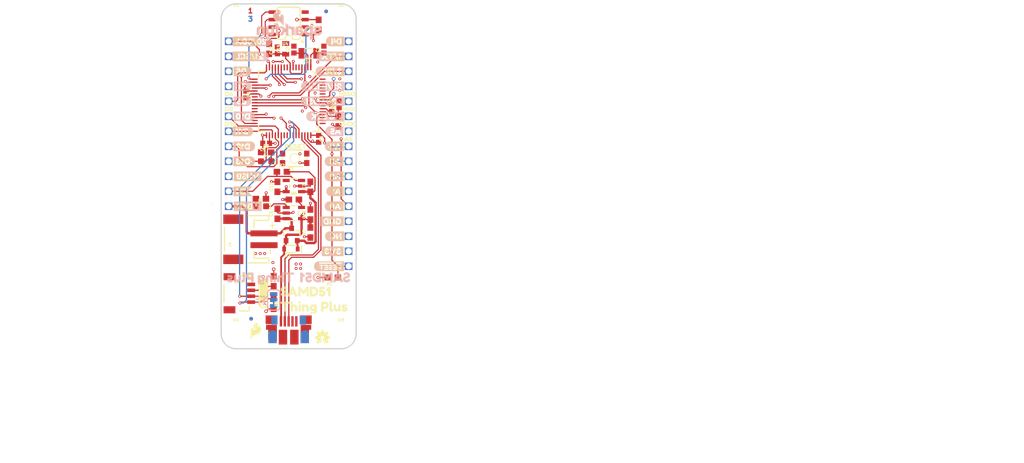
<source format=kicad_pcb>
(kicad_pcb (version 20211014) (generator pcbnew)
  (layers (0 "F.Cu" signal) (1 "In1.Cu" signal) (2 "In2.Cu" signal) (31 "B.Cu" signal) (34 "B.Paste" user) (35 "F.Paste" user) (36 "B.SilkS" user "B.Silkscreen") (37 "F.SilkS" user "F.Silkscreen") (38 "B.Mask" user) (39 "F.Mask" user) (44 "Edge.Cuts" user))
  (net 0 "")
  (net 1 "3.3V")
  (net 2 "GND")
  (net 3 "D4")
  (net 4 "FLASH_SCK")
  (net 5 "V_USB")
  (net 6 "D-")
  (net 7 "D+")
  (net 8 "VIN")
  (net 9 "N$9")
  (net 10 "N$14")
  (net 11 "V_BATT")
  (net 12 "FLASH_MOSI")
  (net 13 "N$17")
  (net 14 "N$1")
  (net 15 "VCC")
  (net 16 "VDDA")
  (net 17 "XIN32")
  (net 18 "XOUT32")
  (net 19 "SWDIO")
  (net 20 "SWDCLK")
  (net 21 "~{RESET}")
  (net 22 "EN")
  (net 23 "D13")
  (net 24 "D12")
  (net 25 "D11")
  (net 26 "D10")
  (net 27 "D9")
  (net 28 "D6")
  (net 29 "D5")
  (net 30 "SCL")
  (net 31 "SDA")
  (net 32 "A0")
  (net 33 "A1")
  (net 34 "A2")
  (net 35 "A3")
  (net 36 "A4")
  (net 37 "A5")
  (net 38 "SCK")
  (net 39 "MOSI")
  (net 40 "MISO")
  (net 41 "D0")
  (net 42 "D1")
  (net 43 "D7")
  (net 44 "TXLED")
  (net 45 "RXLED")
  (net 46 "TXD")
  (net 47 "RXD")
  (net 48 "FLASH_CS")
  (net 49 "FLASH_MISO")
  (net 50 "N$2")
  (net 51 "N$3")
  (footprint "boardEagle:0603" (layer "F.Cu") (at 145.9611 126.5936 -90)
    (fp_text reference "R5")
    (fp_text value "2.2k")
  )
  (footprint "boardEagle:TACTILE_SWITCH_SMD_4.6X2.8MM" (layer "F.Cu") (at 149.5171 101.9556 180)
    (fp_text reference "S1")
    (fp_text value "RESET")
  )
  (footprint "boardEagle:0603" (layer "F.Cu") (at 147.3581 104.2416)
    (fp_text reference "R2")
    (fp_text value "10k")
  )
  (footprint "boardEagle:D92" (layer "F.Cu") (at 136.9441 93.5736)
    (fp_text reference "U$34" hide)
    (fp_text value "" hide)
  )
  (footprint "boardEagle:MOSI0" (layer "F.Cu") (at 157.0101 93.5736)
    (fp_text reference "U$35" hide)
    (fp_text value "" hide)
  )
  (footprint "boardEagle:_SCL16" (layer "F.Cu") (at 138.5951 84.6836)
    (fp_text reference "U$30" hide)
    (fp_text value "" hide)
  )
  (footprint "boardEagle:0603" (layer "F.Cu") (at 153.5811 79.3496 90)
    (fp_text reference "R4")
    (fp_text value "10k")
  )
  (footprint "boardEagle:MISO26" (layer "F.Cu") (at 156.2481 91.0336)
    (fp_text reference "U$16" hide)
    (fp_text value "" hide)
  )
  (footprint "boardEagle:1X16_SM_SQ_NOSILK" (layer "F.Cu") (at 158.6611 120.2436 90)
    (fp_text reference "J2")
    (fp_text value "")
  )
  (footprint "boardEagle:A37" (layer "F.Cu") (at 154.5971 102.4636)
    (fp_text reference "U$11" hide)
    (fp_text value "" hide)
  )
  (footprint "boardEagle:0603" (layer "F.Cu") (at 156.91485 95.70085 -90)
    (fp_text reference "C13")
    (fp_text value "4.7uF")
  )
  (footprint "boardEagle:CRYSTAL-SMD-3.2X1.5MM" (layer "F.Cu") (at 151.9301 84.1756 180)
    (fp_text reference "Y1")
    (fp_text value "32.768kHz")
  )
  (footprint "boardEagle:0603" (layer "F.Cu") (at 145.9611 122.7836 90)
    (fp_text reference "R9")
    (fp_text value "2.2k")
  )
  (footprint "boardEagle:D63" (layer "F.Cu") (at 136.9441 91.0336)
    (fp_text reference "U$33" hide)
    (fp_text value "" hide)
  )
  (footprint "boardEagle:SFE_LOGO_FLAME_.1" (layer "F.Cu") (at 142.9131 131.1656)
    (fp_text reference "LOGO4" hide)
    (fp_text value "SFE_LOGO_FLAME.1_INCH" hide)
  )
  (footprint "boardEagle:D120" (layer "F.Cu") (at 138.5951 99.9236)
    (fp_text reference "U$25" hide)
    (fp_text value "" hide)
  )
  (footprint "boardEagle:0603" (layer "F.Cu") (at 155.9941 122.1486 180)
    (fp_text reference "R1")
    (fp_text value "10k")
  )
  (footprint "boardEagle:0603" (layer "F.Cu") (at 146.5961 106.7816 90)
    (fp_text reference "C10")
    (fp_text value "2.2uF")
  )
  (footprint "boardEagle:SOD-323" (layer "F.Cu") (at 148.8821 117.3226 180)
    (fp_text reference "D2")
    (fp_text value "1A/23V/620mV")
  )
  (footprint "boardEagle:FIDUCIAL-MICRO" (layer "F.Cu") (at 142.1511 129.1336)
    (fp_text reference "FD1" hide)
    (fp_text value "FIDUCIALUFIDUCIAL" hide)
  )
  (footprint "boardEagle:D1113" (layer "F.Cu") (at 138.5951 97.3836)
    (fp_text reference "U$26" hide)
    (fp_text value "" hide)
  )
  (footprint "boardEagle:0603" (layer "F.Cu") (at 152.1841 111.4806 90)
    (fp_text reference "C19")
    (fp_text value "4.7uF")
  )
  (footprint "boardEagle:0402" (layer "F.Cu") (at 144.6911 99.4156 180)
    (fp_text reference "C9")
    (fp_text value "0.1uF")
  )
  (footprint "boardEagle:3V32" (layer "F.Cu") (at 153.7081 117.7036)
    (fp_text reference "U$7" hide)
    (fp_text value "" hide)
  )
  (footprint "boardEagle:SOT23-5" (layer "F.Cu") (at 149.3901 106.6546 90)
    (fp_text reference "U3")
    (fp_text value "AP2112K-3.3V")
  )
  (footprint "boardEagle:EN0" (layer "F.Cu") (at 138.5951 107.5436)
    (fp_text reference "U$22" hide)
    (fp_text value "" hide)
  )
  (footprint "boardEagle:STAND-OFF" (layer "F.Cu") (at 139.6111 78.3336)
    (fp_text reference "H1")
    (fp_text value "STAND-OFF")
  )
  (footprint "boardEagle:D110" (layer "F.Cu") (at 155.1051 84.6836)
    (fp_text reference "U$18" hide)
    (fp_text value "" hide)
  )
  (footprint "boardEagle:TQFP64" (layer "F.Cu") (at 148.5011 92.3036 180)
    (fp_text reference "U2")
    (fp_text value "ATSAMD51J20A-A")
  )
  (footprint "boardEagle:D100" (layer "F.Cu") (at 136.9441 96.1136)
    (fp_text reference "U$59" hide)
    (fp_text value "" hide)
  )
  (footprint "boardEagle:A523" (layer "F.Cu") (at 157.1371 98.6536)
    (fp_text reference "U$13" hide)
    (fp_text value "" hide)
  )
  (footprint "boardEagle:VUSB2" (layer "F.Cu") (at 138.5951 105.0036)
    (fp_text reference "U$23" hide)
    (fp_text value "" hide)
  )
  (footprint "boardEagle:0402" (layer "F.Cu") (at 154.4701 83.5406 90)
    (fp_text reference "C1")
    (fp_text value "15pF")
  )
  (footprint "boardEagle:FIDUCIAL-MICRO" (layer "F.Cu") (at 154.8511 77.0636)
    (fp_text reference "FD2" hide)
    (fp_text value "FIDUCIALUFIDUCIAL" hide)
  )
  (footprint "boardEagle:0603" (layer "F.Cu") (at 152.1841 114.5286 90)
    (fp_text reference "R7")
    (fp_text value "10k")
  )
  (footprint "boardEagle:D411" (layer "F.Cu") (at 154.7241 82.1436)
    (fp_text reference "U$19" hide)
    (fp_text value "" hide)
  )
  (footprint "boardEagle:STAND-OFF" (layer "F.Cu") (at 157.3911 131.6736)
    (fp_text reference "H3")
    (fp_text value "STAND-OFF")
  )
  (footprint "boardEagle:0603" (layer "F.Cu") (at 152.1841 106.7816 90)
    (fp_text reference "C7")
    (fp_text value "1.0uF")
  )
  (footprint "boardEagle:0603" (layer "F.Cu") (at 144.6911 100.9396)
    (fp_text reference "R8")
    (fp_text value "330")
  )
  (footprint "boardEagle:LED-0603" (layer "F.Cu") (at 143.8021 110.0836)
    (fp_text reference "D1")
    (fp_text value "Yellow")
  )
  (footprint "boardEagle:0603" (layer "F.Cu") (at 145.1991 83.4136 -90)
    (fp_text reference "L1")
    (fp_text value "FB - 30Ohm")
  )
  (footprint "boardEagle:LED-0603" (layer "F.Cu") (at 144.6911 102.4636)
    (fp_text reference "D4")
    (fp_text value "BLUE")
  )
  (footprint "boardEagle:A26" (layer "F.Cu") (at 154.7241 105.0036)
    (fp_text reference "U$10" hide)
    (fp_text value "" hide)
  )
  (footprint "boardEagle:1X12_SM_SQ_NOSILK" (layer "F.Cu") (at 138.3411 110.0836 90)
    (fp_text reference "J1")
    (fp_text value "")
  )
  (footprint "boardEagle:FOUR_LAYER_WARNING" (layer "F.Cu") (at 172.6311 94.8436)
    (fp_text reference "LOGO1" hide)
    (fp_text value "FOUR_LAYER_WARNING" hide)
  )
  (footprint "boardEagle:NC0" (layer "F.Cu") (at 154.5971 115.1636)
    (fp_text reference "U$60" hide)
    (fp_text value "" hide)
  )
  (footprint "boardEagle:A48" (layer "F.Cu") (at 154.7241 99.9236)
    (fp_text reference "U$12" hide)
    (fp_text value "" hide)
  )
  (footprint "boardEagle:STAND-OFF" (layer "F.Cu") (at 139.6111 131.6736)
    (fp_text reference "H4")
    (fp_text value "STAND-OFF")
  )
  (footprint "boardEagle:QWIIC_5MM" (layer "F.Cu") (at 144.1831 124.9426 90)
    (fp_text reference "U$69" hide)
    (fp_text value "QWIIC_LOGO_5MM" hide)
  )
  (footprint "boardEagle:JST04_1MM_RA" (layer "F.Cu") (at 142.1511 124.8156 -90)
    (fp_text reference "J3")
    (fp_text value "")
  )
  (footprint "boardEagle:VBAT1" (layer "F.Cu") (at 138.9761 110.0836)
    (fp_text reference "U$36" hide)
    (fp_text value "" hide)
  )
  (footprint "boardEagle:#RESET0" (layer "F.Cu") (at 152.5651 120.2436)
    (fp_text reference "U$6" hide)
    (fp_text value "" hide)
  )
  (footprint "boardEagle:ORDERING_INSTRUCTIONS" (layer "F.Cu") (at 171.3611 83.4136)
    (fp_text reference "U$31" hide)
    (fp_text value "" hide)
  )
  (footprint "boardEagle:0402" (layer "F.Cu") (at 157.04185 92.8116 90)
    (fp_text reference "C14")
    (fp_text value "0.1uF")
  )
  (footprint "boardEagle:_SDA17" (layer "F.Cu") (at 138.5951 82.1436)
    (fp_text reference "U$32" hide)
    (fp_text value "" hide)
  )
  (footprint "boardEagle:D1312" (layer "F.Cu") (at 138.5951 102.4636)
    (fp_text reference "U$24" hide)
    (fp_text value "" hide)
  )
  (footprint "boardEagle:0603" (layer "F.Cu") (at 143.8021 108.8136 180)
    (fp_text reference "R3")
    (fp_text value "1K")
  )
  (footprint "boardEagle:0603" (layer "F.Cu") (at 146.5961 111.3536 90)
    (fp_text reference "C6")
    (fp_text value "4.7uF")
  )
  (footprint "boardEagle:D515" (layer "F.Cu") (at 138.5951 87.2236)
    (fp_text reference "U$29" hide)
    (fp_text value "" hide)
  )
  (footprint "boardEagle:CREATIVE_COMMONS" (layer "F.Cu") (at 119.9261 153.2636)
    (fp_text reference "FRAME1" hide)
    (fp_text value "FRAME-LEDGER" hide)
  )
  (footprint "boardEagle:THING_PLUS1" (layer "F.Cu") (at 145.9611 127.2286)
    (fp_text reference "U$64" hide)
    (fp_text value "" hide)
  )
  (footprint "boardEagle:A04" (layer "F.Cu") (at 154.7241 110.0836)
    (fp_text reference "U$8" hide)
    (fp_text value "" hide)
  )
  (footprint "boardEagle:0402" (layer "F.Cu") (at 146.5961 83.6676 90)
    (fp_text reference "C12")
    (fp_text value "0.1uF")
  )
  (footprint "boardEagle:SOT23-3@1" (layer "F.Cu") (at 149.0091 114.9096)
    (fp_text reference "Q1")
    (fp_text value "2.5A/30V")
  )
  (footprint "boardEagle:D09" (layer "F.Cu") (at 154.7241 87.2236)
    (fp_text reference "U$17" hide)
    (fp_text value "" hide)
  )
  (footprint "boardEagle:0402" (layer "F.Cu") (at 141.2621 91.1606 -90)
    (fp_text reference "C8")
    (fp_text value "0.1uF")
  )
  (footprint "boardEagle:SOT23-5" (layer "F.Cu") (at 149.3901 111.2266 -90)
    (fp_text reference "U1")
    (fp_text value "MCP73831")
  )
  (footprint "boardEagle:SO08" (layer "F.Cu") (at 148.5011 79.0956 90)
    (fp_text reference "U4")
    (fp_text value "4Mb Flash")
  )
  (footprint "boardEagle:GND3" (layer "F.Cu") (at 153.5811 112.6236)
    (fp_text reference "U$20" hide)
    (fp_text value "" hide)
  )
  (footprint "boardEagle:RESET27" (layer "F.Cu") (at 147.1041 99.9236)
    (fp_text reference "U$4" hide)
    (fp_text value "" hide)
  )
  (footprint "boardEagle:TP_15TH" (layer "F.Cu") (at 156.1211 88.4936)
    (fp_text reference "TP1" hide)
    (fp_text value "TEST-POINTTP_15TH_THRU" hide)
  )
  (footprint "boardEagle:0805" (layer "F.Cu") (at 147.9931 83.4136 90)
    (fp_text reference "C15")
    (fp_text value "10uF")
  )
  (footprint "boardEagle:0402" (layer "F.Cu") (at 149.3901 83.5406 90)
    (fp_text reference "C2")
    (fp_text value "15pF")
  )
  (footprint "boardEagle:A15" (layer "F.Cu") (at 154.9781 107.5436)
    (fp_text reference "U$9" hide)
    (fp_text value "" hide)
  )
  (footprint "boardEagle:SCK24" (layer "F.Cu") (at 156.8831 96.1136)
    (fp_text reference "U$14" hide)
    (fp_text value "" hide)
  )
  (footprint "boardEagle:TP_15TH" (layer "F.Cu") (at 156.1211 91.0336)
    (fp_text reference "TP2" hide)
    (fp_text value "TEST-POINTTP_15TH_THRU" hide)
  )
  (footprint "boardEagle:OSHW-LOGO-MINI" (layer "F.Cu") (at 154.2161 132.3086)
    (fp_text reference "LOGO2" hide)
    (fp_text value "OSHW-LOGOMINI" hide)
  )
  (footprint "boardEagle:JST-2-SMD" (layer "F.Cu") (at 140.6271 115.6716 90)
    (fp_text reference "J4")
    (fp_text value "")
  )
  (footprint "boardEagle:SAMD510" (layer "F.Cu") (at 145.9611 124.6886)
    (fp_text reference "U$63" hide)
    (fp_text value "" hide)
  )
  (footprint "boardEagle:0402" (layer "F.Cu") (at 153.5811 98.6536 -90)
    (fp_text reference "C3")
    (fp_text value "0.1uF")
  )
  (footprint "boardEagle:0402" (layer "F.Cu") (at 155.77185 93.42755 -90)
    (fp_text reference "C11")
    (fp_text value "0.1uF")
  )
  (footprint "boardEagle:USB-MICROB-PTH-MILL" (layer "F.Cu") (at 148.5011 129.5781)
    (fp_text reference "J6")
    (fp_text value "AMP FCI 10103594-0001LF")
  )
  (footprint "boardEagle:STAND-OFF" (layer "F.Cu") (at 157.3911 78.3336)
    (fp_text reference "H2")
    (fp_text value "STAND-OFF")
  )
  (footprint "boardEagle:0603" (layer "F.Cu") (at 149.3901 108.9406)
    (fp_text reference "R6")
    (fp_text value "2.0k")
  )
  (footprint "boardEagle:23#MOSI3" (layer "B.Cu") (at 158.4071 92.3036 180)
    (fp_text reference "U$43" hide)
    (fp_text value "" hide)
  )
  (footprint "boardEagle:21" (layer "B.Cu") (at 143.1671 125.1966 -90)
    (fp_text reference "U$68" hide)
    (fp_text value "" hide)
  )
  (footprint "boardEagle:A014" (layer "B.Cu") (at 158.2801 110.0836 180)
    (fp_text reference "U$27" hide)
    (fp_text value "" hide)
  )
  (footprint "boardEagle:20#SDA0" (layer "B.Cu") (at 145.7071 82.1436 180)
    (fp_text reference "U$62" hide)
    (fp_text value "" hide)
  )
  (footprint "boardEagle:#RESET15" (layer "B.Cu") (at 158.5341 120.2436 180)
    (fp_text reference "U$5" hide)
    (fp_text value "" hide)
  )
  (footprint "boardEagle:EN25" (layer "B.Cu") (at 142.4051 107.5436 180)
    (fp_text reference "U$57" hide)
    (fp_text value "" hide)
  )
  (footprint "boardEagle:A212" (layer "B.Cu") (at 158.2801 105.0036 180)
    (fp_text reference "U$37" hide)
    (fp_text value "" hide)
  )
  (footprint "boardEagle:A311" (layer "B.Cu") (at 158.2801 102.4636 180)
    (fp_text reference "U$38" hide)
    (fp_text value "" hide)
  )
  (footprint "boardEagle:VBAT2" (layer "B.Cu") (at 144.4371 110.0836 180)
    (fp_text reference "U$58" hide)
    (fp_text value "" hide)
  )
  (footprint "boardEagle:THING_PLUS1" (layer "B.Cu") (at 150.56485 122.2756 180)
    (fp_text reference "U$66" hide)
    (fp_text value "" hide)
  )
  (footprint "boardEagle:D1223" (layer "B.Cu") (at 142.9131 99.9236 180)
    (fp_text reference "U$54" hide)
    (fp_text value "" hide)
  )
  (footprint "boardEagle:D619" (layer "B.Cu") (at 142.2781 89.7636 180)
    (fp_text reference "U$50" hide)
    (fp_text value "" hide)
  )
  (footprint "boardEagle:A113" (layer "B.Cu") (at 158.2801 107.5436 180)
    (fp_text reference "U$28" hide)
    (fp_text value "" hide)
  )
  (footprint "boardEagle:D1021" (layer "B.Cu") (at 142.9131 94.8436 180)
    (fp_text reference "U$53" hide)
    (fp_text value "" hide)
  )
  (footprint "boardEagle:FIDUCIAL-MICRO" (layer "B.Cu") (at 154.8511 77.0636 180)
    (fp_text reference "FD4" hide)
    (fp_text value "FIDUCIALUFIDUCIAL" hide)
  )
  (footprint "boardEagle:VUSB1" (layer "B.Cu") (at 144.4371 105.0036 180)
    (fp_text reference "U$56" hide)
    (fp_text value "" hide)
  )
  (footprint "boardEagle:SMT-JUMPER_3_2-NC_TRACE_SILK" (layer "B.Cu") (at 145.9611 125.9586 -90)
    (fp_text reference "JP1")
    (fp_text value "JUMPER-SMT_3_2-NC_TRACE_SILK")
  )
  (footprint "boardEagle:NC1" (layer "B.Cu") (at 158.4071 115.1636 180)
    (fp_text reference "U$61" hide)
    (fp_text value "" hide)
  )
  (footprint "boardEagle:GND0" (layer "B.Cu") (at 158.2801 112.6236 180)
    (fp_text reference "U$21" hide)
    (fp_text value "" hide)
  )
  (footprint "boardEagle:D41" (layer "B.Cu") (at 158.4071 82.1436 180)
    (fp_text reference "U$46" hide)
    (fp_text value "" hide)
  )
  (footprint "boardEagle:21#SCL1" (layer "B.Cu") (at 145.1991 84.6836 180)
    (fp_text reference "U$41" hide)
    (fp_text value "" hide)
  )
  (footprint "boardEagle:D1122" (layer "B.Cu") (at 142.5321 97.3836 180)
    (fp_text reference "U$52" hide)
    (fp_text value "" hide)
  )
  (footprint "boardEagle:24#SCK2" (layer "B.Cu") (at 158.4071 94.8436 180)
    (fp_text reference "U$47" hide)
    (fp_text value "" hide)
  )
  (footprint "boardEagle:I_C0" (layer "B.Cu") (at 143.9291 124.3076 -90)
    (fp_text reference "U$67" hide)
    (fp_text value "" hide)
  )
  (footprint "boardEagle:1#TX1" (layer "B.Cu") (at 158.4071 84.6836 180)
    (fp_text reference "U$44" hide)
    (fp_text value "" hide)
  )
  (footprint "boardEagle:A59" (layer "B.Cu") (at 158.2801 97.3836 180)
    (fp_text reference "U$40" hide)
    (fp_text value "" hide)
  )
  (footprint "boardEagle:22#MISO4" (layer "B.Cu") (at 158.4071 89.7636 180)
    (fp_text reference "U$42" hide)
    (fp_text value "" hide)
  )
  (footprint "boardEagle:D920" (layer "B.Cu") (at 142.2781 92.3036 180)
    (fp_text reference "U$51" hide)
    (fp_text value "" hide)
  )
  (footprint "boardEagle:FIDUCIAL-MICRO" (layer "B.Cu") (at 142.1511 129.1336 180)
    (fp_text reference "FD3" hide)
    (fp_text value "FIDUCIALUFIDUCIAL" hide)
  )
  (footprint "boardEagle:D1324" (layer "B.Cu") (at 142.9131 102.4636 180)
    (fp_text reference "U$55" hide)
    (fp_text value "" hide)
  )
  (footprint "boardEagle:0#RX0" (layer "B.Cu") (at 158.4071 87.2236 180)
    (fp_text reference "U$48" hide)
    (fp_text value "" hide)
  )
  (footprint "boardEagle:SAMD510" (layer "B.Cu") (at 160.08985 122.2756 180)
    (fp_text reference "U$65" hide)
    (fp_text value "" hide)
  )
  (footprint "boardEagle:3V33" (layer "B.Cu") (at 158.2801 117.7036 180)
    (fp_text reference "U$15" hide)
    (fp_text value "" hide)
  )
  (footprint "boardEagle:D518" (layer "B.Cu") (at 142.2781 87.2236 180)
    (fp_text reference "U$49" hide)
    (fp_text value "" hide)
  )
  (footprint "boardEagle:A410" (layer "B.Cu") (at 158.2801 99.9236 180)
    (fp_text reference "U$39" hide)
    (fp_text value "" hide)
  )
  (footprint "boardEagle:SFE_LOGO_NAME_FLAME_.1" (layer "B.Cu") (at 148.5011 80.4926 180)
    (fp_text reference "LOGO3" hide)
    (fp_text value "SFE_LOGO_NAME_FLAME.1_INCH" hide)
  )
  (gr_line (start 159.9311 78.3336) (end 159.9311 131.6736) (layer "Edge.Cuts") (width 0.2032))
  (gr_line (start 139.6111 75.7936) (end 157.3911 75.7936) (layer "Edge.Cuts") (width 0.2032))
  (gr_line (start 137.0711 131.6736) (end 137.0711 78.3336) (layer "Edge.Cuts") (width 0.2032))
  (gr_arc (start 157.3911 75.7936) (mid 159.187151 76.537549) (end 159.9311 78.3336) (layer "Edge.Cuts") (width 0.2032))
  (gr_arc (start 139.6111 134.2136) (mid 137.815049 133.469651) (end 137.0711 131.6736) (layer "Edge.Cuts") (width 0.2032))
  (gr_arc (start 159.9311 131.6736) (mid 159.187151 133.469651) (end 157.3911 134.2136) (layer "Edge.Cuts") (width 0.2032))
  (gr_line (start 157.3911 134.2136) (end 139.6111 134.2136) (layer "Edge.Cuts") (width 0.2032))
  (gr_arc (start 137.0711 78.3336) (mid 137.815049 76.537549) (end 139.6111 75.7936) (layer "Edge.Cuts") (width 0.2032))
  (gr_text "1" (at 141.5161 77.4446) (layer "F.Cu") (effects (font (size 0.8128 0.8128) (thickness 0.2032)) (justify left bottom)))
  (gr_text "3" (at 141.5161 78.8416) (layer "B.Cu") (effects (font (size 0.8128 0.8128) (thickness 0.2032)) (justify left bottom)))
  (gr_text "-" (at 145.9611 118.4656 90) (layer "F.SilkS") (effects (font (size 1.0795 1.0795) (thickness 0.1905)) (justify left bottom)))
  (gr_text "+" (at 144.9451 113.8936) (layer "F.SilkS") (effects (font (size 1.0795 1.0795) (thickness 0.1905)) (justify left bottom)))
  (segment (start 144.1831 123.4186) (end 143.2861 124.3156) (width 0.2032) (layer "F.Cu") (net 1))
  (segment (start 146.8501 81.0006) (end 146.8501 81.3816) (width 0.2032) (layer "F.Cu") (net 1))
  (segment (start 144.1831 122.0216) (end 144.1831 123.4186) (width 0.2032) (layer "F.Cu") (net 1))
  (segment (start 146.8501 79.9846) (end 146.8501 80.3656) (width 0.2032) (layer "F.Cu") (net 1))
  (segment (start 153.0731 92.3036) (end 153.0731 91.8591) (width 0.2032) (layer "F.Cu") (net 1))
  (segment (start 155.07755 92.84755) (end 155.77185 92.84755) (width 0.2032) (layer "F.Cu") (net 1))
  (segment (start 141.2891 90.5536) (end 141.2621 90.5806) (width 0.2032) (layer "F.Cu") (net 1))
  (segment (start 154.11235 98.0736) (end 154.60345 98.5647) (width 0.2032) (layer "F.Cu") (net 1))
  (segment (start 145.7011 81.0006) (end 146.8501 81.0006) (width 0.2032) (layer "F.Cu") (net 1))
  (segment (start 151.3011 78.4606) (end 153.5421 78.4606) (width 0.2032) (layer "F.Cu") (net 1))
  (segment (start 145.1991 82.5636) (end 145.1991 82.0166) (width 0.2032) (layer "F.Cu") (net 1))
  (segment (start 151.3011 78.4606) (end 149.9616 78.4606) (width 0.1778) (layer "F.Cu") (net 1))
  (segment (start 152.2511 98.0536) (end 153.5611 98.0536) (width 0.2032) (layer "F.Cu") (net 1))
  (segment (start 153.5811 98.0736) (end 154.11235 98.0736) (width 0.2032) (layer "F.Cu") (net 1))
  (segment (start 153.3231 92.5536) (end 153.0731 92.3036) (width 0.2032) (layer "F.Cu") (net 1))
  (segment (start 146.5961 79.7306) (end 146.8501 79.9846) (width 0.2032) (layer "F.Cu") (net 1))
  (segment (start 145.2511 98.0536) (end 145.2511 99.3956) (width 0.2032) (layer "F.Cu") (net 1))
  (segment (start 148.0947 107.2214) (end 148.0947 106.7562) (width 0.4064) (layer "F.Cu") (net 1))
  (segment (start 148.09 107.6046) (end 148.09 107.2261) (width 0.4064) (layer "F.Cu") (net 1))
  (segment (start 145.7011 79.7306) (end 146.5961 79.7306) (width 0.2032) (layer "F.Cu") (net 1))
  (segment (start 143.2861 124.3156) (end 142.1511 124.3156) (width 0.2032) (layer "F.Cu") (net 1))
  (segment (start 146.6231 107.6046) (end 146.5961 107.6316) (width 0.2032) (layer "F.Cu") (net 1))
  (segment (start 154.7836 92.5536) (end 155.07755 92.84755) (width 0.2032) (layer "F.Cu") (net 1))
  (segment (start 145.5801 81.6356) (end 146.5961 81.6356) (width 0.2032) (layer "F.Cu") (net 1))
  (segment (start 145.2711 99.4156) (end 146.2151 99.4156) (width 0.2032) (layer "F.Cu") (net 1))
  (segment (start 155.1441 122.1486) (end 153.4541 122.1486) (width 0.2032) (layer "F.Cu") (net 1))
  (segment (start 141.0843 90.4028) (end 141.0843 89.734157) (width 0.2032) (layer "F.Cu") (net 1))
  (segment (start 148.09 107.2261) (end 148.0947 107.2214) (width 0.4064) (layer "F.Cu") (net 1))
  (segment (start 154.2511 92.5536) (end 153.3231 92.5536) (width 0.2032) (layer "F.Cu") (net 1))
  (segment (start 154.60345 98.5647) (end 154.60345 99.3521) (width 0.2032) (layer "F.Cu") (net 1))
  (segment (start 141.2621 90.5806) (end 141.0843 90.4028) (width 0.2032) (layer "F.Cu") (net 1))
  (segment (start 146.8501 80.3656) (end 146.8501 81.0006) (width 0.2032) (layer "F.Cu") (net 1))
  (segment (start 145.1991 82.0166) (end 145.5801 81.6356) (width 0.2032) (layer "F.Cu") (net 1))
  (segment (start 154.2511 92.5536) (end 154.7836 92.5536) (width 0.2032) (layer "F.Cu") (net 1))
  (segment (start 149.9616 78.4606) (end 149.8981 78.4606) (width 0.1778) (layer "F.Cu") (net 1))
  (segment (start 153.5611 98.0536) (end 153.5811 98.0736) (width 0.2032) (layer "F.Cu") (net 1))
  (segment (start 142.7511 90.5536) (end 141.2891 90.5536) (width 0.2032) (layer "F.Cu") (net 1))
  (segment (start 145.2511 99.3956) (end 145.2711 99.4156) (width 0.2032) (layer "F.Cu") (net 1))
  (segment (start 148.09 107.6046) (end 146.6231 107.6046) (width 0.2032) (layer "F.Cu") (net 1))
  (segment (start 153.5421 78.4606) (end 153.5811 78.4996) (width 0.2032) (layer "F.Cu") (net 1))
  (segment (start 146.8501 81.3816) (end 146.5961 81.6356) (width 0.2032) (layer "F.Cu") (net 1))
  (via blind (at 141.0843 89.734157) (size 0.508) (drill 0.254) (layers "F.Cu" "In1.Cu") (net 1))
  (via blind (at 153.4541 122.1486) (size 0.508) (drill 0.254) (layers "F.Cu" "In1.Cu") (net 1))
  (via blind (at 146.2151 99.4156) (size 0.508) (drill 0.254) (layers "F.Cu" "In1.Cu") (net 1))
  (via blind (at 144.1831 122.0216) (size 0.508) (drill 0.254) (layers "F.Cu" "In1.Cu") (net 1))
  (via blind (at 148.0947 106.7562) (size 0.508) (drill 0.254) (layers "F.Cu" "In1.Cu") (net 1))
  (via blind (at 146.8501 80.3656) (size 0.604) (drill 0.35) (layers "F.Cu" "In1.Cu") (net 1))
  (via blind (at 149.8981 78.4606) (size 0.604) (drill 0.35) (layers "F.Cu" "In1.Cu") (net 1))
  (via blind (at 144.6911 126.4666) (size 0.604) (drill 0.35) (layers "F.Cu" "In1.Cu") (net 1))
  (via blind (at 153.0731 91.8591) (size 0.508) (drill 0.254) (layers "F.Cu" "In1.Cu") (net 1))
  (via blind (at 154.60345 99.3521) (size 0.508) (drill 0.254) (layers "F.Cu" "In1.Cu") (net 1))
  (segment (start 152.286918 99.2336) (end 153.5811 99.2336) (width 0.2032) (layer "F.Cu") (net 2))
  (segment (start 141.8251 91.7406) (end 141.8971 91.6686) (width 0.2032) (layer "F.Cu") (net 2))
  (segment (start 148.5401 108.9406) (end 147.4851 108.9406) (width 0.4064) (layer "F.Cu") (net 2))
  (segment (start 144.7511 98.0536) (end 144.0911 98.0536) (width 0.2032) (layer "F.Cu") (net 2))
  (segment (start 143.8411 100.3926) (end 144.1111 100.1226) (width 0.2032) (layer "F.Cu") (net 2))
  (segment (start 149.2511 85.5846) (end 149.295193 85.540507) (width 0.2032) (layer "F.Cu") (net 2))
  (segment (start 144.1111 98.0736) (end 144.0561 98.0186) (width 0.2032) (layer "F.Cu") (net 2))
  (segment (start 151.7511 98.697782) (end 152.286918 99.2336) (width 0.2032) (layer "F.Cu") (net 2))
  (segment (start 151.7511 98.0536) (end 151.7511 98.697782) (width 0.2032) (layer "F.Cu") (net 2))
  (segment (start 141.2621 91.7406) (end 141.8251 91.7406) (width 0.2032) (layer "F.Cu") (net 2))
  (segment (start 152.1841 106.6546) (end 150.6902 106.6546) (width 0.2032) (layer "F.Cu") (net 2))
  (segment (start 152.0453 115.2398) (end 151.1681 115.2398) (width 0.2032) (layer "F.Cu") (net 2))
  (segment (start 154.2511 93.5536) (end 154.2711 93.5736) (width 0.2032) (layer "F.Cu") (net 2))
  (segment (start 142.7511 91.0536) (end 142.059231 91.0536) (width 0.2032) (layer "F.Cu") (net 2))
  (segment (start 142.059231 91.0536) (end 141.8971 91.215732) (width 0.2032) (layer "F.Cu") (net 2))
  (segment (start 144.1111 100.1226) (end 144.1111 99.4156) (width 0.2032) (layer "F.Cu") (net 2))
  (segment (start 141.8971 91.215732) (end 141.8971 91.6686) (width 0.2032) (layer "F.Cu") (net 2))
  (segment (start 146.5961 110.5036) (end 146.5961 111.0996) (width 0.2032) (layer "F.Cu") (net 2))
  (segment (start 146.5961 105.9316) (end 145.6191 105.9316) (width 0.2032) (layer "F.Cu") (net 2))
  (segment (start 145.6191 105.9316) (end 145.5801 105.8926) (width 0.2032) (layer "F.Cu") (net 2))
  (segment (start 143.8411 100.9396) (end 143.8411 100.3926) (width 0.2032) (layer "F.Cu") (net 2))
  (segment (start 144.1111 99.4156) (end 144.1111 98.0736) (width 0.2032) (layer "F.Cu") (net 2))
  (segment (start 142.7511 91.0536) (end 143.4411 91.0536) (width 0.2032) (layer "F.Cu") (net 2))
  (segment (start 150.6902 106.6546) (end 149.5171 106.6546) (width 0.2032) (layer "F.Cu") (net 2))
  (segment (start 152.1841 105.9316) (end 152.1841 106.6546) (width 0.2032) (layer "F.Cu") (net 2))
  (segment (start 148.09 111.2266) (end 149.1361 111.2266) (width 0.2032) (layer "F.Cu") (net 2))
  (segment (start 146.7231 111.2266) (end 148.09 111.2266) (width 0.2032) (layer "F.Cu") (net 2))
  (segment (start 155.28505 94.00755) (end 155.77185 94.00755) (width 0.2032) (layer "F.Cu") (net 2))
  (segment (start 156.27895 96.55085) (end 155.9179 96.1898) (width 0.1778) (layer "F.Cu") (net 2))
  (segment (start 146.5961 111.0996) (end 146.7231 111.2266) (width 0.2032) (layer "F.Cu") (net 2))
  (segment (start 152.1841 110.6306) (end 152.1841 109.5756) (width 0.2032) (layer "F.Cu") (net 2))
  (segment (start 156.91485 96.55085) (end 156.27895 96.55085) (width 0.1778) (layer "F.Cu") (net 2))
  (segment (start 154.8511 93.5736) (end 155.28505 94.00755) (width 0.2032) (layer "F.Cu") (net 2))
  (segment (start 152.1841 115.3786) (end 152.0453 115.2398) (width 0.2032) (layer "F.Cu") (net 2))
  (segment (start 143.8021 91.4146) (end 143.4411 91.0536) (width 0.2032) (layer "F.Cu") (net 2))
  (segment (start 144.0911 98.0536) (end 144.0561 98.0186) (width 0.2032) (layer "F.Cu") (net 2))
  (segment (start 149.1361 111.2266) (end 149.2631 111.0996) (width 0.2032) (layer "F.Cu") (net 2))
  (segment (start 154.2711 93.5736) (end 154.8511 93.5736) (width 0.2032) (layer "F.Cu") (net 2))
  (segment (start 149.2511 86.5536) (end 149.2511 85.5846) (width 0.2032) (layer "F.Cu") (net 2))
  (via blind (at 149.2631 111.0996) (size 0.508) (drill 0.254) (layers "F.Cu" "In1.Cu") (net 2))
  (via blind (at 149.295193 85.540507) (size 0.508) (drill 0.254) (layers "F.Cu" "In1.Cu") (net 2))
  (via blind (at 152.5651 99.0346) (size 0.508) (drill 0.254) (layers "F.Cu" "In1.Cu") (net 2))
  (via blind (at 152.08885 88.1126) (size 0.508) (drill 0.254) (layers "F.Cu" "In1.Cu") (net 2))
  (via blind (at 149.5171 106.6546) (size 0.508) (drill 0.254) (layers "F.Cu" "In1.Cu") (net 2))
  (via blind (at 149.7711 120.6246) (size 0.508) (drill 0.254) (layers "F.Cu" "In1.Cu") (net 2))
  (via blind (at 150.4061 101.1936) (size 0.508) (drill 0.254) (layers "F.Cu" "In1.Cu") (net 2))
  (via blind (at 151.1681 115.2398) (size 0.508) (drill 0.254) (layers "F.Cu" "In1.Cu") (net 2))
  (via blind (at 145.8341 119.6086) (size 0.508) (drill 0.254) (layers "F.Cu" "In1.Cu") (net 2))
  (via blind (at 143.8021 91.4146) (size 0.508) (drill 0.254) (layers "F.Cu" "In1.Cu") (net 2))
  (via blind (at 155.9179 96.1898) (size 0.508) (drill 0.254) (layers "F.Cu" "In1.Cu") (net 2))
  (via blind (at 150.5331 119.8626) (size 0.508) (drill 0.254) (layers "F.Cu" "In1.Cu") (net 2))
  (via blind (at 142.9131 118.0846) (size 0.508) (drill 0.254) (layers "F.Cu" "In1.Cu") (net 2))
  (via blind (at 144.4371 118.0846) (size 0.508) (drill 0.254) (layers "F.Cu" "In1.Cu") (net 2))
  (via blind (at 152.97785 90.9066) (size 0.508) (drill 0.254) (layers "F.Cu" "In1.Cu") (net 2))
  (via blind (at 143.6751 118.0846) (size 0.508) (drill 0.254) (layers "F.Cu" "In1.Cu") (net 2))
  (via blind (at 147.4851 108.9406) (size 0.508) (drill 0.254) (layers "F.Cu" "In1.Cu") (net 2))
  (via blind (at 157.16885 88.4936) (size 0.508) (drill 0.254) (layers "F.Cu" "In1.Cu") (net 2))
  (via blind (at 145.5801 105.8926) (size 0.508) (drill 0.254) (layers "F.Cu" "In1.Cu") (net 2))
  (via blind (at 150.81885 93.9546) (size 0.508) (drill 0.254) (layers "F.Cu" "In1.Cu") (net 2))
  (via blind (at 157.1371 90.43035) (size 0.508) (drill 0.254) (layers "F.Cu" "In1.Cu") (net 2))
  (via blind (at 144.0561 98.0186) (size 0.508) (drill 0.254) (layers "F.Cu" "In1.Cu") (net 2))
  (via blind (at 150.5331 120.6246) (size 0.508) (drill 0.254) (layers "F.Cu" "In1.Cu") (net 2))
  (via blind (at 149.7711 119.8626) (size 0.508) (drill 0.254) (layers "F.Cu" "In1.Cu") (net 2))
  (via blind (at 153.42235 85.6361) (size 0.508) (drill 0.254) (layers "F.Cu" "In1.Cu") (net 2))
  (via blind (at 152.1841 109.5756) (size 0.508) (drill 0.254) (layers "F.Cu" "In1.Cu") (net 2))
  (segment (start 145.2511 86.5536) (end 145.2511 85.7556) (width 0.2032) (layer "F.Cu") (net 3))
  (segment (start 145.2511 85.7556) (end 145.0185 85.523) (width 0.2032) (layer "F.Cu") (net 3))
  (via blind (at 145.0185 85.523) (size 0.508) (drill 0.254) (layers "F.Cu" "In1.Cu") (net 3))
  (segment (start 142.7511 89.0536) (end 141.2633 89.0536) (width 0.2032) (layer "F.Cu") (net 4))
  (segment (start 141.2633 89.0536) (end 141.1605 88.9508) (width 0.2032) (layer "F.Cu") (net 4))
  (segment (start 144.5387 81.5086) (end 144.5387 78.8035) (width 0.1778) (layer "F.Cu") (net 4))
  (segment (start 144.5387 78.8035) (end 144.8816 78.4606) (width 0.1778) (layer "F.Cu") (net 4))
  (segment (start 144.8816 78.4606) (end 145.7011 78.4606) (width 0.1778) (layer "F.Cu") (net 4))
  (via blind (at 141.1605 88.9508) (size 0.508) (drill 0.254) (layers "F.Cu" "In1.Cu") (net 4))
  (via blind (at 144.5387 81.5086) (size 0.508) (drill 0.254) (layers "F.Cu" "In1.Cu") (net 4))
  (segment (start 147.228503 118.722197) (end 147.228503 129.550697) (width 0.3048) (layer "F.Cu") (net 5))
  (segment (start 144.6521 108.8136) (end 144.6521 107.8366) (width 0.2032) (layer "F.Cu") (net 5))
  (segment (start 147.7391 118.2116) (end 147.7391 117.3296) (width 0.3048) (layer "F.Cu") (net 5))
  (segment (start 148.0591 115.0976) (end 148.2471 114.9096) (width 0.4064) (layer "F.Cu") (net 5))
  (segment (start 147.7321 116.8216) (end 148.0591 116.4946) (width 0.3048) (layer "F.Cu") (net 5))
  (segment (start 150.6902 112.1766) (end 150.7172 112.2036) (width 0.4064) (layer "F.Cu") (net 5))
  (segment (start 147.228503 129.550697) (end 147.2011 129.5781) (width 0.3048) (layer "F.Cu") (net 5))
  (segment (start 150.4061 114.9096) (end 148.2471 114.9096) (width 0.4064) (layer "F.Cu") (net 5))
  (segment (start 144.6521 107.8366) (end 144.6911 107.7976) (width 0.2032) (layer "F.Cu") (net 5))
  (segment (start 148.0591 116.4946) (end 148.0591 115.9096) (width 0.3048) (layer "F.Cu") (net 5))
  (segment (start 150.6902 114.6255) (end 150.4061 114.9096) (width 0.4064) (layer "F.Cu") (net 5))
  (segment (start 152.1841 112.3306) (end 151.5101 112.3306) (width 0.2032) (layer "F.Cu") (net 5))
  (segment (start 151.5101 112.3306) (end 151.3831 112.2036) (width 0.2032) (layer "F.Cu") (net 5))
  (segment (start 150.6902 112.1766) (end 150.6902 114.6255) (width 0.4064) (layer "F.Cu") (net 5))
  (segment (start 150.6902 111.7045) (end 150.6902 112.1766) (width 0.4064) (layer "F.Cu") (net 5))
  (segment (start 151.0411 111.3536) (end 150.6902 111.7045) (width 0.4064) (layer "F.Cu") (net 5))
  (segment (start 147.7391 117.3296) (end 147.7321 117.3226) (width 0.3048) (layer "F.Cu") (net 5))
  (segment (start 150.7172 112.2036) (end 151.3831 112.2036) (width 0.2032) (layer "F.Cu") (net 5))
  (segment (start 147.7321 117.3226) (end 147.7321 116.8216) (width 0.3048) (layer "F.Cu") (net 5))
  (segment (start 148.0591 115.9096) (end 148.0591 115.0976) (width 0.4064) (layer "F.Cu") (net 5))
  (segment (start 147.7391 118.2116) (end 147.228503 118.722197) (width 0.3048) (layer "F.Cu") (net 5))
  (segment (start 152.1841 113.6786) (end 152.1841 112.3306) (width 0.4064) (layer "F.Cu") (net 5))
  (via blind (at 151.0411 111.3536) (size 0.508) (drill 0.254) (layers "F.Cu" "In1.Cu") (net 5))
  (via blind (at 144.6911 107.7976) (size 0.508) (drill 0.254) (layers "F.Cu" "In1.Cu") (net 5))
  (segment (start 153.5477 117.356) (end 153.5477 101.6682) (width 0.2032) (layer "F.Cu") (net 6))
  (segment (start 147.878421 129.550779) (end 147.8511 129.5781) (width 0.2032) (layer "F.Cu") (net 6))
  (segment (start 150.7511 98.8716) (end 150.7511 98.0536) (width 0.2032) (layer "F.Cu") (net 6))
  (segment (start 152.5651 118.3386) (end 153.5477 117.356) (width 0.2032) (layer "F.Cu") (net 6))
  (segment (start 148.5011 118.3386) (end 152.5651 118.3386) (width 0.2032) (layer "F.Cu") (net 6))
  (segment (start 151.6761 99.7966) (end 150.7511 98.8716) (width 0.2032) (layer "F.Cu") (net 6))
  (segment (start 147.878421 118.961279) (end 147.878421 129.550779) (width 0.2032) (layer "F.Cu") (net 6))
  (segment (start 148.5011 118.3386) (end 147.878421 118.961279) (width 0.2032) (layer "F.Cu") (net 6))
  (segment (start 153.5477 101.6682) (end 151.6761 99.7966) (width 0.2032) (layer "F.Cu") (net 6))
  (segment (start 148.528428 119.200272) (end 148.528428 129.550772) (width 0.2032) (layer "F.Cu") (net 7))
  (segment (start 151.2511 98.7366) (end 153.9621 101.4476) (width 0.2032) (layer "F.Cu") (net 7))
  (segment (start 151.2511 98.0536) (end 151.2511 98.7366) (width 0.2032) (layer "F.Cu") (net 7))
  (segment (start 149.0091 118.7196) (end 148.528428 119.200272) (width 0.2032) (layer "F.Cu") (net 7))
  (segment (start 148.528428 129.550772) (end 148.5011 129.5781) (width 0.2032) (layer "F.Cu") (net 7))
  (segment (start 153.9621 117.480419) (end 152.722918 118.7196) (width 0.2032) (layer "F.Cu") (net 7))
  (segment (start 153.9621 101.4476) (end 153.9621 117.480419) (width 0.2032) (layer "F.Cu") (net 7))
  (segment (start 149.0091 118.7196) (end 152.722918 118.7196) (width 0.2032) (layer "F.Cu") (net 7))
  (segment (start 148.2081 104.2416) (end 151.939231 104.2416) (width 0.2032) (layer "F.Cu") (net 8))
  (segment (start 151.142287 115.9256) (end 149.9591 115.9256) (width 0.4064) (layer "F.Cu") (net 8))
  (segment (start 151.939231 104.2416) (end 152.9635 105.265869) (width 0.2032) (layer "F.Cu") (net 8))
  (segment (start 153.0651 116.086413) (end 153.0651 109.486732) (width 0.4064) (layer "F.Cu") (net 8))
  (segment (start 153.0651 109.486732) (end 152.468168 108.8898) (width 0.4064) (layer "F.Cu") (net 8))
  (segment (start 152.3873 108.8898) (end 152.1841 108.6866) (width 0.4064) (layer "F.Cu") (net 8))
  (segment (start 152.9461 107.4166) (end 152.9461 106.614732) (width 0.2032) (layer "F.Cu") (net 8))
  (segment (start 149.9591 115.9096) (end 149.9591 115.9256) (width 0.3048) (layer "F.Cu") (net 8))
  (segment (start 150.6902 107.6046) (end 152.1571 107.6046) (width 0.4064) (layer "F.Cu") (net 8))
  (segment (start 149.9591 116.6216) (end 150.0321 116.6946) (width 0.3048) (layer "F.Cu") (net 8))
  (segment (start 152.9635 105.265869) (end 152.9635 106.597332) (width 0.2032) (layer "F.Cu") (net 8))
  (segment (start 152.7311 107.6316) (end 152.9461 107.4166) (width 0.2032) (layer "F.Cu") (net 8))
  (segment (start 152.1841 107.6316) (end 152.7311 107.6316) (width 0.2032) (layer "F.Cu") (net 8))
  (segment (start 152.9635 106.597332) (end 152.9461 106.614732) (width 0.2032) (layer "F.Cu") (net 8))
  (segment (start 150.0321 117.3226) (end 150.0321 116.6946) (width 0.3048) (layer "F.Cu") (net 8))
  (segment (start 152.1841 108.6866) (end 152.1841 107.6316) (width 0.4064) (layer "F.Cu") (net 8))
  (segment (start 152.841912 116.3096) (end 153.0651 116.086413) (width 0.4064) (layer "F.Cu") (net 8))
  (segment (start 151.526287 116.3096) (end 151.142287 115.9256) (width 0.4064) (layer "F.Cu") (net 8))
  (segment (start 149.9591 115.9256) (end 149.9591 116.6216) (width 0.3048) (layer "F.Cu") (net 8))
  (segment (start 152.1571 107.6046) (end 152.1841 107.6316) (width 0.4064) (layer "F.Cu") (net 8))
  (segment (start 152.841912 116.3096) (end 151.526287 116.3096) (width 0.4064) (layer "F.Cu") (net 8))
  (segment (start 152.468168 108.8898) (end 152.3873 108.8898) (width 0.4064) (layer "F.Cu") (net 8))
  (segment (start 147.8377 109.6742) (end 148.09 109.9265) (width 0.2032) (layer "F.Cu") (net 9))
  (segment (start 145.570968 110.0836) (end 144.6791 110.0836) (width 0.2032) (layer "F.Cu") (net 9))
  (segment (start 147.8377 109.6742) (end 145.980368 109.6742) (width 0.2032) (layer "F.Cu") (net 9))
  (segment (start 148.09 109.9265) (end 148.09 110.2766) (width 0.2032) (layer "F.Cu") (net 9))
  (segment (start 145.980368 109.6742) (end 145.570968 110.0836) (width 0.2032) (layer "F.Cu") (net 9))
  (segment (start 150.6902 109.8597) (end 150.6902 110.2766) (width 0.2032) (layer "F.Cu") (net 10))
  (segment (start 150.2401 108.9406) (end 150.2401 109.4096) (width 0.2032) (layer "F.Cu") (net 10))
  (segment (start 150.2401 109.4096) (end 150.6902 109.8597) (width 0.2032) (layer "F.Cu") (net 10))
  (segment (start 148.09 112.1766) (end 146.6231 112.1766) (width 0.4064) (layer "F.Cu") (net 11))
  (segment (start 149.0091 113.8096) (end 147.9501 113.8096) (width 0.4064) (layer "F.Cu") (net 11))
  (segment (start 138.3411 110.0836) (end 140.6271 110.0836) (width 0.4064) (layer "F.Cu") (net 11))
  (segment (start 148.09 112.1766) (end 148.8161 112.1766) (width 0.4064) (layer "F.Cu") (net 11))
  (segment (start 141.3891 114.4016) (end 141.6591 114.6716) (width 0.4064) (layer "F.Cu") (net 11))
  (segment (start 147.0881 114.6716) (end 144.3271 114.6716) (width 0.4064) (layer "F.Cu") (net 11))
  (segment (start 146.6231 112.1766) (end 146.5961 112.2036) (width 0.4064) (layer "F.Cu") (net 11))
  (segment (start 148.8161 112.1766) (end 149.0091 112.3696) (width 0.4064) (layer "F.Cu") (net 11))
  (segment (start 141.3891 110.8456) (end 141.3891 114.4016) (width 0.4064) (layer "F.Cu") (net 11))
  (segment (start 147.9501 113.8096) (end 147.0881 114.6716) (width 0.4064) (layer "F.Cu") (net 11))
  (segment (start 149.0091 112.3696) (end 149.0091 113.8096) (width 0.4064) (layer "F.Cu") (net 11))
  (segment (start 141.6591 114.6716) (end 144.3271 114.6716) (width 0.4064) (layer "F.Cu") (net 11))
  (segment (start 140.6271 110.0836) (end 141.3891 110.8456) (width 0.4064) (layer "F.Cu") (net 11))
  (segment (start 143.9291 80.9244) (end 143.9291 77.8256) (width 0.1778) (layer "F.Cu") (net 12))
  (segment (start 145.7011 77.1906) (end 144.5641 77.1906) (width 0.1778) (layer "F.Cu") (net 12))
  (segment (start 141.75065 88.32175) (end 141.9825 88.5536) (width 0.2032) (layer "F.Cu") (net 12))
  (segment (start 144.5641 77.1906) (end 143.9291 77.8256) (width 0.1778) (layer "F.Cu") (net 12))
  (segment (start 141.9825 88.5536) (end 142.7511 88.5536) (width 0.2032) (layer "F.Cu") (net 12))
  (via blind (at 141.75065 88.32175) (size 0.508) (drill 0.254) (layers "F.Cu" "In1.Cu") (net 12))
  (via blind (at 143.9291 80.9244) (size 0.508) (drill 0.254) (layers "F.Cu" "In1.Cu") (net 12))
  (segment (start 141.7701 83.0834) (end 141.7701 88.3023) (width 0.2032) (layer "B.Cu") (net 12))
  (segment (start 143.9291 80.9244) (end 141.7701 83.0834) (width 0.2032) (layer "B.Cu") (net 12))
  (segment (start 141.7701 88.3023) (end 141.75065 88.32175) (width 0.2032) (layer "B.Cu") (net 12))
  (segment (start 142.9521 108.8136) (end 142.9521 110.0566) (width 0.2032) (layer "F.Cu") (net 13))
  (segment (start 142.9521 110.0566) (end 142.9251 110.0836) (width 0.2032) (layer "F.Cu") (net 13))
  (segment (start 145.5411 100.9396) (end 145.5681 100.9666) (width 0.2032) (layer "F.Cu") (net 14))
  (segment (start 145.5681 100.9666) (end 145.5681 102.4636) (width 0.2032) (layer "F.Cu") (net 14))
  (segment (start 154.756231 94.0536) (end 155.0305 94.327869) (width 0.2032) (layer "F.Cu") (net 15))
  (segment (start 157.04185 93.3916) (end 157.0101 93.42335) (width 0.2032) (layer "F.Cu") (net 15))
  (segment (start 155.3346 94.85085) (end 156.91485 94.85085) (width 0.2032) (layer "F.Cu") (net 15))
  (segment (start 155.0305 94.327869) (end 155.0305 94.54675) (width 0.2032) (layer "F.Cu") (net 15))
  (segment (start 157.0101 93.42335) (end 156.91485 93.42335) (width 0.2032) (layer "F.Cu") (net 15))
  (segment (start 154.2511 94.0536) (end 154.756231 94.0536) (width 0.2032) (layer "F.Cu") (net 15))
  (segment (start 156.91485 93.42335) (end 156.91485 94.85085) (width 0.2032) (layer "F.Cu") (net 15))
  (segment (start 155.0305 94.54675) (end 155.3346 94.85085) (width 0.2032) (layer "F.Cu") (net 15))
  (segment (start 148.7511 86.5536) (end 148.7511 87.3466) (width 0.2032) (layer "F.Cu") (net 16))
  (segment (start 147.1761 84.2476) (end 147.2311 84.3026) (width 0.2032) (layer "F.Cu") (net 16))
  (segment (start 150.7511 86.5536) (end 150.7511 87.3866) (width 0.2032) (layer "F.Cu") (net 16))
  (segment (start 148.7511 86.5536) (end 148.7511 85.8226) (width 0.2032) (layer "F.Cu") (net 16))
  (segment (start 148.7511 87.3466) (end 149.0091 87.6046) (width 0.2032) (layer "F.Cu") (net 16))
  (segment (start 146.5801 84.2636) (end 145.1991 84.2636) (width 0.2032) (layer "F.Cu") (net 16))
  (segment (start 147.9931 85.0646) (end 147.9931 84.3136) (width 0.2032) (layer "F.Cu") (net 16))
  (segment (start 149.0091 87.6046) (end 150.5331 87.6046) (width 0.2032) (layer "F.Cu") (net 16))
  (segment (start 147.9271 84.2476) (end 147.9931 84.3136) (width 0.2032) (layer "F.Cu") (net 16))
  (segment (start 147.8721 84.3026) (end 147.9271 84.2476) (width 0.2032) (layer "F.Cu") (net 16))
  (segment (start 150.5331 87.6046) (end 150.7511 87.3866) (width 0.2032) (layer "F.Cu") (net 16))
  (segment (start 146.5961 84.2476) (end 147.1761 84.2476) (width 0.2032) (layer "F.Cu") (net 16))
  (segment (start 148.7511 85.8226) (end 147.9931 85.0646) (width 0.2032) (layer "F.Cu") (net 16))
  (segment (start 146.5961 84.2476) (end 146.5801 84.2636) (width 0.2032) (layer "F.Cu") (net 16))
  (segment (start 147.2311 84.3026) (end 147.8721 84.3026) (width 0.2032) (layer "F.Cu") (net 16))
  (segment (start 152.2511 86.5536) (end 152.2511 84.4896) (width 0.2032) (layer "F.Cu") (net 17))
  (segment (start 153.1801 84.1756) (end 152.5651 84.1756) (width 0.2032) (layer "F.Cu") (net 17))
  (segment (start 153.8351 84.1756) (end 153.1801 84.1756) (width 0.2032) (layer "F.Cu") (net 17))
  (segment (start 153.8901 84.1206) (end 153.8351 84.1756) (width 0.2032) (layer "F.Cu") (net 17))
  (segment (start 154.4701 84.1206) (end 153.8901 84.1206) (width 0.2032) (layer "F.Cu") (net 17))
  (segment (start 152.2511 84.4896) (end 152.5651 84.1756) (width 0.2032) (layer "F.Cu") (net 17))
  (segment (start 150.0251 84.1756) (end 150.6801 84.1756) (width 0.2032) (layer "F.Cu") (net 18))
  (segment (start 151.7511 84.5046) (end 151.4221 84.1756) (width 0.2032) (layer "F.Cu") (net 18))
  (segment (start 149.3901 84.1206) (end 149.9701 84.1206) (width 0.2032) (layer "F.Cu") (net 18))
  (segment (start 151.7511 86.5536) (end 151.7511 84.5046) (width 0.2032) (layer "F.Cu") (net 18))
  (segment (start 149.9701 84.1206) (end 150.0251 84.1756) (width 0.2032) (layer "F.Cu") (net 18))
  (segment (start 151.4221 84.1756) (end 150.6801 84.1756) (width 0.2032) (layer "F.Cu") (net 18))
  (segment (start 156.1211 90.117613) (end 156.1211 88.4936) (width 0.2032) (layer "F.Cu") (net 19))
  (segment (start 154.2511 91.5536) (end 155.2201 91.5536) (width 0.2032) (layer "F.Cu") (net 19))
  (segment (start 155.4734 90.765313) (end 156.1211 90.117613) (width 0.2032) (layer "F.Cu") (net 19))
  (segment (start 155.4734 91.3003) (end 155.4734 90.765313) (width 0.2032) (layer "F.Cu") (net 19))
  (segment (start 155.2201 91.5536) (end 155.4734 91.3003) (width 0.2032) (layer "F.Cu") (net 19))
  (segment (start 154.2511 92.0536) (end 155.6091 92.0536) (width 0.2032) (layer "F.Cu") (net 20))
  (segment (start 155.9767 91.676869) (end 156.1211 91.532469) (width 0.2032) (layer "F.Cu") (net 20))
  (segment (start 155.6091 92.0536) (end 155.9767 91.686) (width 0.2032) (layer "F.Cu") (net 20))
  (segment (start 156.1211 91.532469) (end 156.1211 91.0336) (width 0.2032) (layer "F.Cu") (net 20))
  (segment (start 155.9767 91.686) (end 155.9767 91.676869) (width 0.2032) (layer "F.Cu") (net 20))
  (segment (start 154.2511 94.5536) (end 153.71235 94.5536) (width 0.2032) (layer "F.Cu") (net 21))
  (segment (start 153.2636 96.1136) (end 153.2636 95.00235) (width 0.2032) (layer "F.Cu") (net 21))
  (segment (start 155.8417 119.215588) (end 156.8441 120.217988) (width 0.2032) (layer "F.Cu") (net 21))
  (segment (start 153.2636 96.1771) (end 155.8417 98.7552) (width 0.2032) (layer "F.Cu") (net 21))
  (segment (start 150.4441 102.7556) (end 150.4061 102.7176) (width 0.254) (layer "F.Cu") (net 21))
  (segment (start 151.5671 102.7556) (end 150.4441 102.7556) (width 0.2032) (layer "F.Cu") (net 21))
  (segment (start 153.2636 96.1136) (end 153.2636 96.1771) (width 0.2032) (layer "F.Cu") (net 21))
  (segment (start 158.6611 120.2436) (end 156.8441 120.2436) (width 0.2032) (layer "F.Cu") (net 21))
  (segment (start 153.71235 94.5536) (end 153.2636 95.00235) (width 0.2032) (layer "F.Cu") (net 21))
  (segment (start 156.8441 120.217988) (end 156.8441 120.2436) (width 0.2032) (layer "F.Cu") (net 21))
  (segment (start 156.8441 120.2436) (end 156.8441 122.1486) (width 0.2032) (layer "F.Cu") (net 21))
  (segment (start 155.8417 98.7552) (end 155.8417 101.1936) (width 0.2032) (layer "F.Cu") (net 21))
  (segment (start 155.8417 101.1936) (end 155.8417 119.215588) (width 0.2032) (layer "F.Cu") (net 21))
  (via blind (at 155.8417 101.1936) (size 0.508) (drill 0.254) (layers "F.Cu" "In1.Cu") (net 21))
  (via blind (at 150.4061 102.7176) (size 0.508) (drill 0.254) (layers "F.Cu" "In1.Cu") (net 21))
  (segment (start 146.5081 104.2416) (end 146.5081 104.982) (width 0.2032) (layer "F.Cu") (net 22))
  (segment (start 148.8995 105.021) (end 149.5831 105.7046) (width 0.2032) (layer "F.Cu") (net 22))
  (segment (start 144.9277 105.021) (end 146.4691 105.021) (width 0.2032) (layer "F.Cu") (net 22))
  (segment (start 138.3411 107.5436) (end 142.4051 107.5436) (width 0.2032) (layer "F.Cu") (net 22))
  (segment (start 146.4691 105.021) (end 148.8995 105.021) (width 0.2032) (layer "F.Cu") (net 22))
  (segment (start 142.4051 107.5436) (end 144.9277 105.021) (width 0.2032) (layer "F.Cu") (net 22))
  (segment (start 146.5081 104.982) (end 146.4691 105.021) (width 0.2032) (layer "F.Cu") (net 22))
  (segment (start 150.6902 105.7046) (end 149.5831 105.7046) (width 0.2032) (layer "F.Cu") (net 22))
  (segment (start 146.2511 98.0536) (end 146.2511 98.625413) (width 0.2032) (layer "F.Cu") (net 23))
  (segment (start 144.875368 100.1602) (end 144.7117 100.323869) (width 0.2032) (layer "F.Cu") (net 23))
  (segment (start 146.7993 99.173613) (end 146.7993 99.657588) (width 0.2032) (layer "F.Cu") (net 23))
  (segment (start 146.7993 99.657588) (end 146.296687 100.1602) (width 0.2032) (layer "F.Cu") (net 23))
  (segment (start 146.296687 100.1602) (end 144.875368 100.1602) (width 0.2032) (layer "F.Cu") (net 23))
  (segment (start 144.7117 100.323869) (end 144.7117 100.538) (width 0.2032) (layer "F.Cu") (net 23))
  (segment (start 144.6911 102.2096) (end 144.4371 102.4636) (width 0.2032) (layer "F.Cu") (net 23))
  (segment (start 143.8141 102.4636) (end 142.5321 102.4636) (width 0.2032) (layer "F.Cu") (net 23))
  (segment (start 144.4371 102.4636) (end 143.8141 102.4636) (width 0.2032) (layer "F.Cu") (net 23))
  (segment (start 144.7117 100.538) (end 144.6911 100.5586) (width 0.2032) (layer "F.Cu") (net 23))
  (segment (start 142.5321 102.4636) (end 142.1511 102.4636) (width 0.2032) (layer "F.Cu") (net 23))
  (segment (start 144.6911 100.5586) (end 144.6911 102.2096) (width 0.2032) (layer "F.Cu") (net 23))
  (segment (start 146.2511 98.625413) (end 146.7993 99.173613) (width 0.2032) (layer "F.Cu") (net 23))
  (via blind (at 142.1511 102.4636) (size 0.508) (drill 0.254) (layers "F.Cu" "In1.Cu") (net 23))
  (segment (start 147.2511 98.0536) (end 147.2511 99.744607) (width 0.2032) (layer "F.Cu") (net 24))
  (segment (start 141.5335 103.37) (end 140.1191 101.9556) (width 0.2032) (layer "F.Cu") (net 24))
  (segment (start 145.968962 103.37) (end 141.5335 103.37) (width 0.2032) (layer "F.Cu") (net 24))
  (segment (start 140.1191 100.4316) (end 139.6111 99.9236) (width 0.2032) (layer "F.Cu") (net 24))
  (segment (start 140.1191 101.9556) (end 140.1191 100.4316) (width 0.2032) (layer "F.Cu") (net 24))
  (segment (start 139.6111 99.9236) (end 138.3411 99.9236) (width 0.2032) (layer "F.Cu") (net 24))
  (segment (start 146.4975 100.498207) (end 146.4975 102.841463) (width 0.2032) (layer "F.Cu") (net 24))
  (segment (start 146.4975 102.841463) (end 145.968962 103.37) (width 0.2032) (layer "F.Cu") (net 24))
  (segment (start 147.2511 99.744607) (end 146.4975 100.498207) (width 0.2032) (layer "F.Cu") (net 24))
  (segment (start 145.7511 98.0536) (end 145.7511 97.3006) (width 0.2032) (layer "F.Cu") (net 25))
  (segment (start 138.3411 97.3836) (end 143.4211 97.3836) (width 0.2032) (layer "F.Cu") (net 25))
  (segment (start 145.5801 97.1296) (end 145.7511 97.3006) (width 0.2032) (layer "F.Cu") (net 25))
  (segment (start 143.4211 97.3836) (end 143.6751 97.1296) (width 0.2032) (layer "F.Cu") (net 25))
  (segment (start 143.6751 97.1296) (end 145.5801 97.1296) (width 0.2032) (layer "F.Cu") (net 25))
  (segment (start 139.9921 96.4946) (end 138.3411 94.8436) (width 0.2032) (layer "F.Cu") (net 26))
  (segment (start 146.7511 98.0536) (end 146.7511 97.0306) (width 0.2032) (layer "F.Cu") (net 26))
  (segment (start 146.2151 96.4946) (end 139.9921 96.4946) (width 0.2032) (layer "F.Cu") (net 26))
  (segment (start 146.7511 97.0306) (end 146.2151 96.4946) (width 0.2032) (layer "F.Cu") (net 26))
  (segment (start 139.6111 92.3036) (end 138.3411 92.3036) (width 0.2032) (layer "F.Cu") (net 27))
  (segment (start 139.8651 92.0496) (end 139.6111 92.3036) (width 0.2032) (layer "F.Cu") (net 27))
  (segment (start 139.8651 87.7316) (end 139.8651 92.0496) (width 0.2032) (layer "F.Cu") (net 27))
  (segment (start 144.7511 86.5536) (end 144.7511 87.1636) (width 0.2032) (layer "F.Cu") (net 27))
  (segment (start 144.7511 87.1636) (end 144.4371 87.4776) (width 0.2032) (layer "F.Cu") (net 27))
  (segment (start 144.4371 87.4776) (end 140.1191 87.4776) (width 0.2032) (layer "F.Cu") (net 27))
  (segment (start 140.1191 87.4776) (end 139.8651 87.7316) (width 0.2032) (layer "F.Cu") (net 27))
  (segment (start 148.095875 96.761988) (end 148.095875 96.027975) (width 0.2032) (layer "F.Cu") (net 28))
  (segment (start 148.7511 98.0536) (end 148.7511 97.417213) (width 0.2032) (layer "F.Cu") (net 28))
  (segment (start 148.095875 96.027975) (end 147.2057 95.1378) (width 0.2032) (layer "F.Cu") (net 28))
  (segment (start 148.7511 97.417213) (end 148.095875 96.761988) (width 0.2032) (layer "F.Cu") (net 28))
  (via blind (at 147.2057 95.1378) (size 0.508) (drill 0.254) (layers "F.Cu" "In1.Cu") (net 28))
  (segment (start 141.0751 96.0536) (end 140.5001 95.4786) (width 0.2032) (layer "F.Cu") (net 29))
  (segment (start 142.7511 96.0536) (end 141.0751 96.0536) (width 0.2032) (layer "F.Cu") (net 29))
  (segment (start 140.5001 95.4786) (end 140.5001 89.7636) (width 0.2032) (layer "F.Cu") (net 29))
  (segment (start 140.5001 88.1126) (end 140.4493 88.0618) (width 0.2032) (layer "F.Cu") (net 29))
  (segment (start 140.5001 89.7636) (end 140.5001 88.1126) (width 0.2032) (layer "F.Cu") (net 29))
  (via blind (at 140.4493 88.0618) (size 0.508) (drill 0.254) (layers "F.Cu" "In1.Cu") (net 29))
  (segment (start 149.084125 95.807625) (end 148.680075 95.807625) (width 0.2032) (layer "F.Cu") (net 30))
  (segment (start 142.1511 126.3156) (end 140.3971 126.3156) (width 0.2032) (layer "F.Cu") (net 30))
  (segment (start 143.8261 126.3156) (end 144.3981 125.7436) (width 0.1778) (layer "F.Cu") (net 30))
  (segment (start 140.3971 126.3156) (end 140.2461 126.4666) (width 0.2032) (layer "F.Cu") (net 30))
  (segment (start 150.2511 98.0536) (end 150.2511 96.9746) (width 0.2032) (layer "F.Cu") (net 30))
  (segment (start 150.2511 96.9746) (end 149.084125 95.807625) (width 0.2032) (layer "F.Cu") (net 30))
  (segment (start 144.3981 125.7436) (end 145.9611 125.7436) (width 0.1778) (layer "F.Cu") (net 30))
  (segment (start 142.1511 126.3156) (end 143.8261 126.3156) (width 0.1778) (layer "F.Cu") (net 30))
  (via blind (at 140.2461 126.4666) (size 0.508) (drill 0.254) (layers "F.Cu" "In1.Cu") (net 30))
  (via blind (at 148.680075 95.807625) (size 0.508) (drill 0.254) (layers "F.Cu" "In1.Cu") (net 30))
  (segment (start 149.35835 99.06635) (end 141.35735 107.06735) (width 0.2032) (layer "B.Cu") (net 30))
  (segment (start 149.35835 96.1771) (end 149.35835 99.06635) (width 0.2032) (layer "B.Cu") (net 30))
  (segment (start 148.988875 95.807625) (end 149.35835 96.1771) (width 0.2032) (layer "B.Cu") (net 30))
  (segment (start 148.680075 95.807625) (end 148.988875 95.807625) (width 0.2032) (layer "B.Cu") (net 30))
  (segment (start 141.35735 125.9586) (end 140.84935 126.4666) (width 0.2032) (layer "B.Cu") (net 30))
  (segment (start 140.84935 126.4666) (end 140.2461 126.4666) (width 0.2032) (layer "B.Cu") (net 30))
  (segment (start 141.35735 107.06735) (end 141.35735 125.9586) (width 0.2032) (layer "B.Cu") (net 30))
  (segment (start 149.7511 97.013419) (end 149.43819 96.70051) (width 0.2032) (layer "F.Cu") (net 31))
  (segment (start 143.5481 83.5406) (end 142.1511 82.1436) (width 0.2032) (layer "F.Cu") (net 31))
  (segment (start 143.4291 125.3156) (end 143.4131 125.3156) (width 0.1524) (layer "F.Cu") (net 31))
  (segment (start 143.4131 125.3156) (end 142.1511 125.3156) (width 0.1778) (layer "F.Cu") (net 31))
  (segment (start 142.1511 82.1436) (end 138.3411 82.1436) (width 0.2032) (layer "F.Cu") (net 31))
  (segment (start 145.9611 123.6336) (end 145.1111 123.6336) (width 0.1778) (layer "F.Cu") (net 31))
  (segment (start 149.7511 98.0536) (end 149.7511 97.013419) (width 0.2032) (layer "F.Cu") (net 31))
  (segment (start 143.5481 84.3026) (end 143.5481 83.5406) (width 0.2032) (layer "F.Cu") (net 31))
  (segment (start 148.860584 96.70051) (end 148.7551 96.595025) (width 0.2032) (layer "F.Cu") (net 31))
  (segment (start 149.43819 96.70051) (end 148.860584 96.70051) (width 0.2032) (layer "F.Cu") (net 31))
  (segment (start 145.1111 123.6336) (end 143.4291 125.3156) (width 0.1524) (layer "F.Cu") (net 31))
  (segment (start 142.1431 125.3236) (end 140.1953 125.3236) (width 0.2032) (layer "F.Cu") (net 31))
  (segment (start 142.1511 125.3156) (end 142.1431 125.3236) (width 0.2032) (layer "F.Cu") (net 31))
  (via blind (at 143.5481 84.3026) (size 0.508) (drill 0.254) (layers "F.Cu" "In1.Cu") (net 31))
  (via blind (at 148.7551 96.595025) (size 0.508) (drill 0.254) (layers "F.Cu" "In1.Cu") (net 31))
  (via blind (at 140.1953 125.3236) (size 0.508) (drill 0.254) (layers "F.Cu" "In1.Cu") (net 31))
  (segment (start 148.7551 98.3996) (end 140.1953 106.9594) (width 0.2032) (layer "B.Cu") (net 31))
  (segment (start 140.1953 106.9594) (end 140.1953 125.3236) (width 0.2032) (layer "B.Cu") (net 31))
  (segment (start 148.7551 96.595025) (end 148.7551 98.3996) (width 0.2032) (layer "B.Cu") (net 31))
  (segment (start 151.2511 88.9957) (end 151.2697 89.0143) (width 0.2032) (layer "F.Cu") (net 32))
  (segment (start 157.3911 98.6536) (end 157.3911 108.8136) (width 0.2032) (layer "F.Cu") (net 32))
  (segment (start 151.2511 86.5536) (end 151.2511 88.9957) (width 0.2032) (layer "F.Cu") (net 32))
  (segment (start 157.3911 108.8136) (end 158.6611 110.0836) (width 0.2032) (layer "F.Cu") (net 32))
  (via blind (at 157.3911 98.6536) (size 0.508) (drill 0.254) (layers "F.Cu" "In1.Cu") (net 32))
  (via blind (at 151.2697 89.0143) (size 0.508) (drill 0.254) (layers "F.Cu" "In1.Cu") (net 32))
  (segment (start 148.2471 88.4936) (end 150.6601 88.4936) (width 0.2032) (layer "F.Cu") (net 33))
  (segment (start 147.2511 87.4976) (end 148.2471 88.4936) (width 0.2032) (layer "F.Cu") (net 33))
  (segment (start 147.2511 86.5536) (end 147.2511 87.4976) (width 0.2032) (layer "F.Cu") (net 33))
  (via blind (at 150.6601 88.4936) (size 0.508) (drill 0.254) (layers "F.Cu" "In1.Cu") (net 33))
  (segment (start 146.7511 86.5536) (end 146.7511 87.6326) (width 0.2032) (layer "F.Cu") (net 34))
  (segment (start 148.1963 89.0778) (end 149.6441 89.0778) (width 0.2032) (layer "F.Cu") (net 34))
  (segment (start 146.7511 87.6326) (end 148.1963 89.0778) (width 0.2032) (layer "F.Cu") (net 34))
  (via blind (at 156.8069 105.0036) (size 0.508) (drill 0.254) (layers "F.Cu" "In1.Cu") (net 34))
  (via blind (at 149.6441 89.0778) (size 0.508) (drill 0.254) (layers "F.Cu" "In1.Cu") (net 34))
  (segment (start 156.8069 105.0036) (end 158.6611 105.0036) (width 0.2032) (layer "B.Cu") (net 34))
  (segment (start 146.2511 87.958788) (end 147.761712 89.4694) (width 0.2032) (layer "F.Cu") (net 35))
  (segment (start 146.2511 86.5536) (end 146.2511 87.958788) (width 0.2032) (layer "F.Cu") (net 35))
  (via blind (at 156.5021 102.4636) (size 0.508) (drill 0.254) (layers "F.Cu" "In1.Cu") (net 35))
  (via blind (at 147.761712 89.4694) (size 0.508) (drill 0.254) (layers "F.Cu" "In1.Cu") (net 35))
  (segment (start 156.5021 102.4636) (end 158.6611 102.4636) (width 0.2032) (layer "B.Cu") (net 35))
  (segment (start 145.7511 88.0296) (end 146.935525 89.214025) (width 0.2032) (layer "F.Cu") (net 36))
  (segment (start 145.7511 86.5536) (end 145.7511 88.0296) (width 0.2032) (layer "F.Cu") (net 36))
  (segment (start 146.935525 89.214025) (end 146.935525 89.4694) (width 0.2032) (layer "F.Cu") (net 36))
  (via blind (at 155.2321 100.0506) (size 0.508) (drill 0.254) (layers "F.Cu" "In1.Cu") (net 36))
  (via blind (at 146.935525 89.4694) (size 0.508) (drill 0.254) (layers "F.Cu" "In1.Cu") (net 36))
  (segment (start 155.2321 100.0506) (end 158.5341 100.0506) (width 0.2032) (layer "B.Cu") (net 36))
  (segment (start 158.5341 100.0506) (end 158.6611 99.9236) (width 0.2032) (layer "B.Cu") (net 36))
  (segment (start 154.2511 89.0536) (end 153.6561 89.0536) (width 0.2032) (layer "F.Cu") (net 37))
  (segment (start 151.9301 93.0656) (end 151.9301 90.7796) (width 0.2032) (layer "F.Cu") (net 37))
  (segment (start 151.9301 90.7796) (end 153.6561 89.0536) (width 0.2032) (layer "F.Cu") (net 37))
  (segment (start 153.0731 94.2086) (end 151.9301 93.0656) (width 0.2032) (layer "F.Cu") (net 37))
  (via blind (at 153.0731 94.2086) (size 0.508) (drill 0.254) (layers "F.Cu" "In1.Cu") (net 37))
  (segment (start 151.3967 93.3704) (end 151.0799 93.0536) (width 0.2032) (layer "F.Cu") (net 38))
  (segment (start 151.0799 93.0536) (end 142.7511 93.0536) (width 0.2032) (layer "F.Cu") (net 38))
  (via blind (at 151.3967 93.3704) (size 0.508) (drill 0.254) (layers "F.Cu" "In1.Cu") (net 38))
  (segment (start 142.7551 92.5576) (end 142.7511 92.5536) (width 0.2032) (layer "F.Cu") (net 39))
  (segment (start 151.2443 92.5576) (end 142.7551 92.5576) (width 0.2032) (layer "F.Cu") (net 39))
  (via blind (at 151.2443 92.5576) (size 0.508) (drill 0.254) (layers "F.Cu" "In1.Cu") (net 39))
  (segment (start 142.7511 92.0536) (end 150.6633 92.0536) (width 0.2032) (layer "F.Cu") (net 40))
  (segment (start 150.6633 92.0536) (end 150.8705 91.8464) (width 0.2032) (layer "F.Cu") (net 40))
  (via blind (at 150.8705 91.8464) (size 0.508) (drill 0.254) (layers "F.Cu" "In1.Cu") (net 40))
  (segment (start 150.5077 91.2876) (end 154.5717 87.2236) (width 0.2032) (layer "F.Cu") (net 41))
  (segment (start 145.914312 95.0536) (end 142.7511 95.0536) (width 0.2032) (layer "F.Cu") (net 41))
  (segment (start 154.5717 87.2236) (end 158.6611 87.2236) (width 0.2032) (layer "F.Cu") (net 41))
  (segment (start 146.133312 91.2876) (end 150.5077 91.2876) (width 0.2032) (layer "F.Cu") (net 41))
  (segment (start 146.133312 91.2876) (end 145.951512 91.4694) (width 0.2032) (layer "F.Cu") (net 41))
  (segment (start 146.023912 95.1632) (end 145.914312 95.0536) (width 0.2032) (layer "F.Cu") (net 41))
  (via blind (at 146.023912 95.1632) (size 0.508) (drill 0.254) (layers "F.Cu" "In1.Cu") (net 41))
  (via blind (at 145.951512 91.4694) (size 0.508) (drill 0.254) (layers "F.Cu" "In1.Cu") (net 41))
  (segment (start 144.6001 94.5536) (end 142.7511 94.5536) (width 0.2032) (layer "F.Cu") (net 42))
  (segment (start 158.6611 84.6836) (end 156.464 84.6836) (width 0.2032) (layer "F.Cu") (net 42))
  (segment (start 150.2624 90.8852) (end 145.709525 90.8852) (width 0.2032) (layer "F.Cu") (net 42))
  (segment (start 145.709525 90.8852) (end 145.164112 91.430613) (width 0.2032) (layer "F.Cu") (net 42))
  (segment (start 144.6911 94.4626) (end 144.6001 94.5536) (width 0.2032) (layer "F.Cu") (net 42))
  (segment (start 145.164112 91.430613) (end 145.164112 91.4694) (width 0.2032) (layer "F.Cu") (net 42))
  (segment (start 156.464 84.6836) (end 150.2624 90.8852) (width 0.2032) (layer "F.Cu") (net 42))
  (via blind (at 145.164112 91.4694) (size 0.508) (drill 0.254) (layers "F.Cu" "In1.Cu") (net 42))
  (via blind (at 144.6911 94.4626) (size 0.508) (drill 0.254) (layers "F.Cu" "In1.Cu") (net 42))
  (segment (start 145.386125 89.569625) (end 145.3701 89.5536) (width 0.2032) (layer "F.Cu") (net 48))
  (segment (start 152.3111 81.0006) (end 153.4541 81.0006) (width 0.2032) (layer "F.Cu") (net 48))
  (segment (start 153.4541 81.0006) (end 153.5811 80.8736) (width 0.2032) (layer "F.Cu") (net 48))
  (segment (start 152.6921 82.0166) (end 152.6921 81.0641) (width 0.1778) (layer "F.Cu") (net 48))
  (segment (start 152.3111 81.0006) (end 151.3011 81.0006) (width 0.2032) (layer "F.Cu") (net 48))
  (segment (start 152.6286 81.0006) (end 152.3111 81.0006) (width 0.2032) (layer "F.Cu") (net 48))
  (segment (start 152.6921 81.0641) (end 152.6286 81.0006) (width 0.1778) (layer "F.Cu") (net 48))
  (segment (start 153.5811 80.8736) (end 153.5811 80.1996) (width 0.2032) (layer "F.Cu") (net 48))
  (segment (start 147.4343 85.571) (end 145.8849 85.571) (width 0.2032) (layer "F.Cu") (net 48))
  (segment (start 142.7511 89.5536) (end 145.3701 89.5536) (width 0.2032) (layer "F.Cu") (net 48))
  (via blind (at 152.6921 82.0166) (size 0.508) (drill 0.254) (layers "F.Cu" "In1.Cu") (net 48))
  (via blind (at 145.8849 85.571) (size 0.508) (drill 0.254) (layers "F.Cu" "In1.Cu") (net 48))
  (via blind (at 147.4343 85.571) (size 0.508) (drill 0.254) (layers "F.Cu" "In1.Cu") (net 48))
  (via blind (at 145.386125 89.569625) (size 0.508) (drill 0.254) (layers "F.Cu" "In1.Cu") (net 48))
  (segment (start 144.6069 90.0536) (end 144.6911 90.1378) (width 0.2032) (layer "F.Cu") (net 49))
  (segment (start 151.3011 79.7306) (end 152.1841 79.7306) (width 0.2032) (layer "F.Cu") (net 49))
  (segment (start 152.1841 79.7306) (end 152.4381 79.4766) (width 0.2032) (layer "F.Cu") (net 49))
  (segment (start 144.6069 90.0536) (end 142.7511 90.0536) (width 0.2032) (layer "F.Cu") (net 49))
  (segment (start 144.6911 90.1378) (end 144.6069 90.0536) (width 0.2032) (layer "F.Cu") (net 49))
  (via blind (at 144.6911 90.1378) (size 0.508) (drill 0.254) (layers "F.Cu" "In1.Cu") (net 49))
  (via blind (at 144.6911 88.4936) (size 0.508) (drill 0.254) (layers "F.Cu" "In1.Cu") (net 49))
  (via blind (at 152.4381 79.4766) (size 0.508) (drill 0.254) (layers "F.Cu" "In1.Cu") (net 49))
  (segment (start 144.6911 88.4936) (end 145.4531 87.7316) (width 0.2032) (layer "B.Cu") (net 49))
  (segment (start 151.0411 87.7316) (end 151.4221 87.3506) (width 0.2032) (layer "B.Cu") (net 49))
  (segment (start 151.4221 80.4926) (end 152.4381 79.4766) (width 0.2032) (layer "B.Cu") (net 49))
  (segment (start 151.4221 87.3506) (end 151.4221 80.4926) (width 0.2032) (layer "B.Cu") (net 49))
  (segment (start 145.4531 87.7316) (end 151.0411 87.7316) (width 0.2032) (layer "B.Cu") (net 49))
  (segment (start 145.9611 127.4436) (end 145.1111 127.4436) (width 0.1778) (layer "F.Cu") (net 50))
  (segment (start 145.1111 127.4436) (end 144.6911 127.8636) (width 0.1778) (layer "F.Cu") (net 50))
  (via blind (at 144.6911 127.8636) (size 0.604) (drill 0.35) (layers "F.Cu" "In1.Cu") (net 50))
  (segment (start 145.9611 121.9336) (end 145.9611 120.7516) (width 0.1778) (layer "F.Cu") (net 51))
  (via blind (at 145.9611 120.7516) (size 0.604) (drill 0.35) (layers "F.Cu" "In1.Cu") (net 51))
)
</source>
